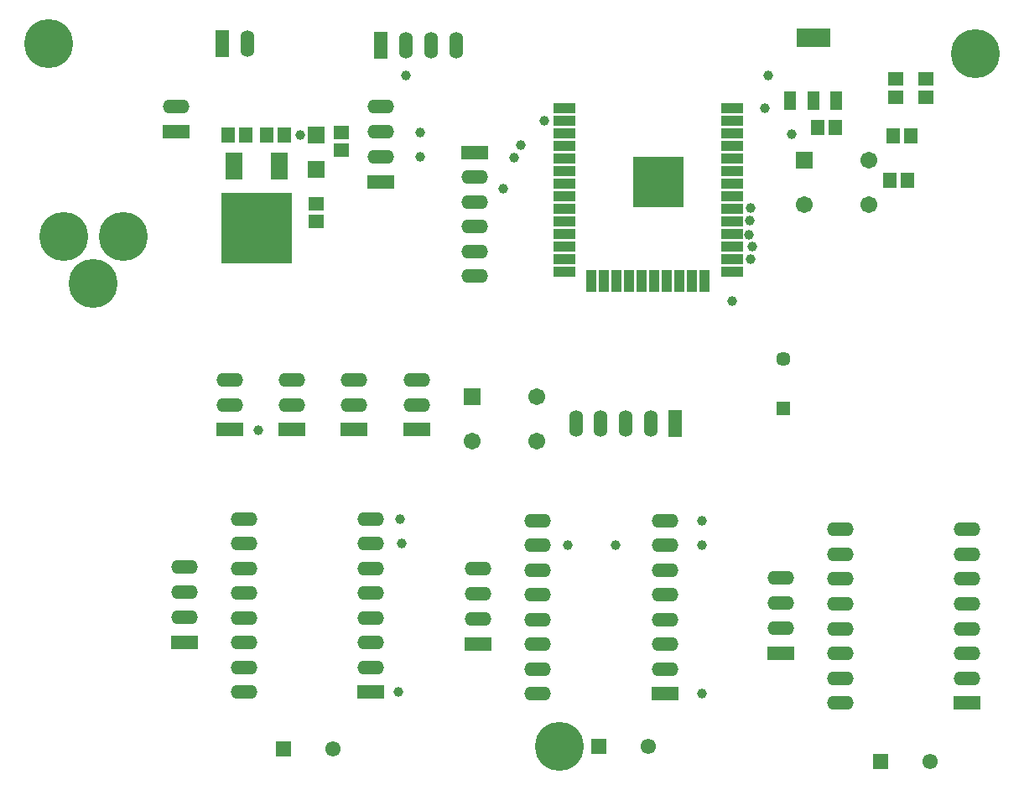
<source format=gbs>
G04*
G04 #@! TF.GenerationSoftware,Altium Limited,Altium Designer,20.2.6 (244)*
G04*
G04 Layer_Color=16711935*
%FSLAX25Y25*%
%MOIN*%
G70*
G04*
G04 #@! TF.SameCoordinates,144DF908-3300-4855-B5FD-CD95A974D408*
G04*
G04*
G04 #@! TF.FilePolarity,Negative*
G04*
G01*
G75*
%ADD16R,0.10642X0.05524*%
%ADD17O,0.10642X0.05524*%
%ADD18O,0.05524X0.10642*%
%ADD19R,0.05524X0.10642*%
%ADD20R,0.05709X0.05709*%
%ADD21C,0.05709*%
%ADD22C,0.06706*%
%ADD23R,0.06706X0.06706*%
%ADD24C,0.19473*%
%ADD25R,0.06115X0.06115*%
%ADD26C,0.06115*%
%ADD27C,0.03950*%
%ADD50R,0.06312X0.05524*%
%ADD51R,0.05524X0.06312*%
%ADD52R,0.13398X0.07690*%
%ADD53R,0.04540X0.07690*%
%ADD54R,0.06706X0.10642*%
%ADD55R,0.28359X0.28359*%
%ADD56R,0.08674X0.04343*%
%ADD57R,0.04343X0.08674*%
%ADD58R,0.20485X0.20485*%
%ADD59R,0.06706X0.06706*%
D16*
X262460Y40489D02*
D03*
X68209Y263950D02*
D03*
X114318Y145472D02*
D03*
X89567D02*
D03*
X163819D02*
D03*
X139068Y145472D02*
D03*
X187025Y255709D02*
D03*
X149623Y243970D02*
D03*
X382582Y36904D02*
D03*
X188423Y60174D02*
D03*
X308545Y56589D02*
D03*
X145669Y41142D02*
D03*
X71632Y60827D02*
D03*
D17*
X262460Y50331D02*
D03*
Y60174D02*
D03*
Y70016D02*
D03*
Y79859D02*
D03*
Y89701D02*
D03*
Y99544D02*
D03*
Y109386D02*
D03*
X212067Y40489D02*
D03*
Y50331D02*
D03*
Y60174D02*
D03*
Y70016D02*
D03*
Y79859D02*
D03*
Y89701D02*
D03*
Y99544D02*
D03*
Y109386D02*
D03*
X68209Y273793D02*
D03*
X114318Y155315D02*
D03*
Y165157D02*
D03*
X89567Y155315D02*
D03*
Y165157D02*
D03*
X163819Y155315D02*
D03*
Y165157D02*
D03*
X139068Y155315D02*
D03*
Y165157D02*
D03*
X187025Y206496D02*
D03*
Y216339D02*
D03*
Y226181D02*
D03*
Y236024D02*
D03*
Y245866D02*
D03*
X149623Y273970D02*
D03*
Y263970D02*
D03*
Y253970D02*
D03*
X382582Y46746D02*
D03*
Y56589D02*
D03*
Y66431D02*
D03*
Y76274D02*
D03*
Y86116D02*
D03*
Y95959D02*
D03*
Y105801D02*
D03*
X332188Y36904D02*
D03*
Y46746D02*
D03*
Y56589D02*
D03*
Y66431D02*
D03*
Y76274D02*
D03*
Y86116D02*
D03*
Y95959D02*
D03*
Y105801D02*
D03*
X188423Y90174D02*
D03*
Y80174D02*
D03*
Y70174D02*
D03*
X308545Y86589D02*
D03*
Y76588D02*
D03*
Y66588D02*
D03*
X145669Y50984D02*
D03*
Y60827D02*
D03*
Y70669D02*
D03*
Y80512D02*
D03*
Y90354D02*
D03*
Y100197D02*
D03*
Y110039D02*
D03*
X95276Y41142D02*
D03*
Y50984D02*
D03*
Y60827D02*
D03*
Y70669D02*
D03*
Y80512D02*
D03*
Y90354D02*
D03*
Y100197D02*
D03*
Y110039D02*
D03*
X71632Y70827D02*
D03*
Y80827D02*
D03*
Y90827D02*
D03*
D18*
X227264Y147835D02*
D03*
X237106D02*
D03*
X246949D02*
D03*
X256791D02*
D03*
X96457Y299016D02*
D03*
X159466Y298130D02*
D03*
X169466D02*
D03*
X179466D02*
D03*
D19*
X266634Y147835D02*
D03*
X86614Y299016D02*
D03*
X149466Y298130D02*
D03*
D20*
X309564Y154035D02*
D03*
D21*
Y173721D02*
D03*
D22*
X211516Y158563D02*
D03*
Y140847D02*
D03*
X185925D02*
D03*
X343504Y252756D02*
D03*
Y235039D02*
D03*
X317913D02*
D03*
D23*
X185925Y158563D02*
D03*
X317913Y252756D02*
D03*
D24*
X35433Y203740D02*
D03*
X23622Y222244D02*
D03*
X47244D02*
D03*
X385827Y295079D02*
D03*
X17717Y299016D02*
D03*
X220472Y19488D02*
D03*
D25*
X348425Y13583D02*
D03*
X236221Y19488D02*
D03*
X111002Y18504D02*
D03*
D26*
X368110Y13583D02*
D03*
X255906Y19488D02*
D03*
X130687Y18504D02*
D03*
D27*
X214567Y268406D02*
D03*
X243012Y99508D02*
D03*
X224016D02*
D03*
X277165Y109350D02*
D03*
X157283Y110039D02*
D03*
X101083Y145374D02*
D03*
X117627Y262598D02*
D03*
X303484Y286161D02*
D03*
X159466D02*
D03*
X157972Y100197D02*
D03*
X289370Y196752D02*
D03*
X297342Y218406D02*
D03*
X277165Y40453D02*
D03*
Y99508D02*
D03*
X296457Y213425D02*
D03*
X296003Y222774D02*
D03*
X296358Y228543D02*
D03*
X296555Y233465D02*
D03*
X156693Y41142D02*
D03*
X312992Y262795D02*
D03*
X302165Y273425D02*
D03*
X202674Y253740D02*
D03*
X165371Y263583D02*
D03*
X198442Y241240D02*
D03*
X205332Y258760D02*
D03*
X165141Y253970D02*
D03*
D50*
X133875Y256496D02*
D03*
Y263583D02*
D03*
X124016Y235236D02*
D03*
Y228150D02*
D03*
X354331Y277756D02*
D03*
Y284842D02*
D03*
X366142Y277756D02*
D03*
Y284842D02*
D03*
D51*
X330315Y265551D02*
D03*
X323228D02*
D03*
X351969Y244488D02*
D03*
X359055D02*
D03*
X104151Y262598D02*
D03*
X111237D02*
D03*
X96063Y262598D02*
D03*
X88976D02*
D03*
X353150Y262188D02*
D03*
X360236D02*
D03*
D52*
X321457Y301204D02*
D03*
D53*
X312402Y276401D02*
D03*
X321457D02*
D03*
X330512D02*
D03*
D54*
X91339Y250243D02*
D03*
X109449D02*
D03*
D55*
X100394Y225637D02*
D03*
D56*
X289387Y273425D02*
D03*
Y268425D02*
D03*
Y263425D02*
D03*
Y258425D02*
D03*
Y253425D02*
D03*
Y248425D02*
D03*
Y243425D02*
D03*
Y238425D02*
D03*
Y233425D02*
D03*
Y228425D02*
D03*
Y223425D02*
D03*
Y218425D02*
D03*
Y213425D02*
D03*
Y208425D02*
D03*
X222458D02*
D03*
Y213425D02*
D03*
Y218425D02*
D03*
Y223425D02*
D03*
Y228425D02*
D03*
Y233425D02*
D03*
Y238425D02*
D03*
Y243425D02*
D03*
Y248425D02*
D03*
Y253425D02*
D03*
Y258425D02*
D03*
Y263425D02*
D03*
Y268425D02*
D03*
Y273425D02*
D03*
D57*
X278422Y204488D02*
D03*
X273422D02*
D03*
X268422D02*
D03*
X263422D02*
D03*
X258422D02*
D03*
X253422D02*
D03*
X248422D02*
D03*
X243422D02*
D03*
X238422D02*
D03*
X233422D02*
D03*
D58*
X259859Y243898D02*
D03*
D59*
X124016Y262598D02*
D03*
Y248819D02*
D03*
M02*

</source>
